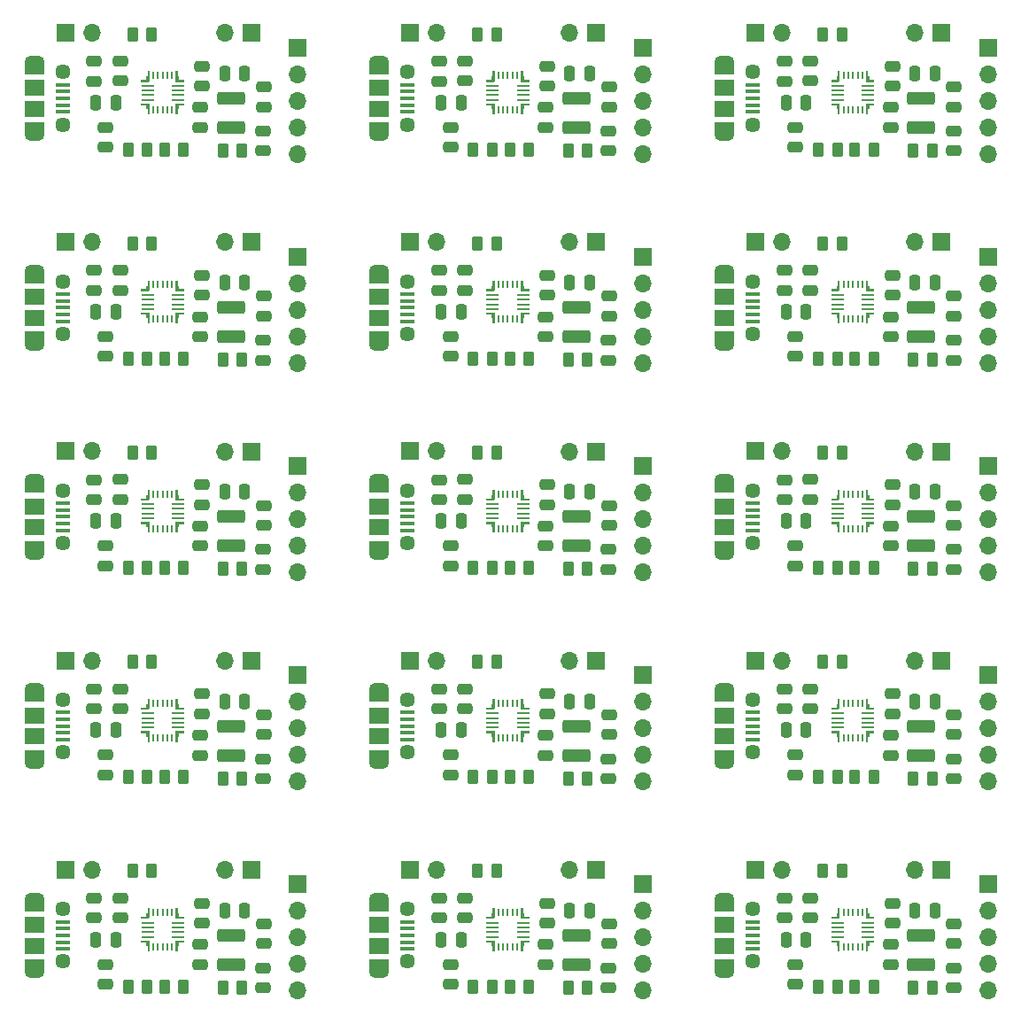
<source format=gbr>
%TF.GenerationSoftware,KiCad,Pcbnew,(6.0.11)*%
%TF.CreationDate,2023-10-19T09:40:57-03:00*%
%TF.ProjectId,gerenciador_de_bateria_2.0,67657265-6e63-4696-9164-6f725f64655f,rev?*%
%TF.SameCoordinates,Original*%
%TF.FileFunction,Soldermask,Top*%
%TF.FilePolarity,Negative*%
%FSLAX46Y46*%
G04 Gerber Fmt 4.6, Leading zero omitted, Abs format (unit mm)*
G04 Created by KiCad (PCBNEW (6.0.11)) date 2023-10-19 09:40:57*
%MOMM*%
%LPD*%
G01*
G04 APERTURE LIST*
G04 Aperture macros list*
%AMRoundRect*
0 Rectangle with rounded corners*
0 $1 Rounding radius*
0 $2 $3 $4 $5 $6 $7 $8 $9 X,Y pos of 4 corners*
0 Add a 4 corners polygon primitive as box body*
4,1,4,$2,$3,$4,$5,$6,$7,$8,$9,$2,$3,0*
0 Add four circle primitives for the rounded corners*
1,1,$1+$1,$2,$3*
1,1,$1+$1,$4,$5*
1,1,$1+$1,$6,$7*
1,1,$1+$1,$8,$9*
0 Add four rect primitives between the rounded corners*
20,1,$1+$1,$2,$3,$4,$5,0*
20,1,$1+$1,$4,$5,$6,$7,0*
20,1,$1+$1,$6,$7,$8,$9,0*
20,1,$1+$1,$8,$9,$2,$3,0*%
G04 Aperture macros list end*
%ADD10R,1.350000X0.400000*%
%ADD11C,1.450000*%
%ADD12O,1.900000X1.200000*%
%ADD13R,1.900000X1.500000*%
%ADD14R,1.900000X1.200000*%
%ADD15RoundRect,0.250000X-0.475000X0.250000X-0.475000X-0.250000X0.475000X-0.250000X0.475000X0.250000X0*%
%ADD16R,1.700000X1.700000*%
%ADD17O,1.700000X1.700000*%
%ADD18RoundRect,0.250000X0.475000X-0.250000X0.475000X0.250000X-0.475000X0.250000X-0.475000X-0.250000X0*%
%ADD19RoundRect,0.250000X0.262500X0.450000X-0.262500X0.450000X-0.262500X-0.450000X0.262500X-0.450000X0*%
%ADD20RoundRect,0.250000X-0.250000X-0.475000X0.250000X-0.475000X0.250000X0.475000X-0.250000X0.475000X0*%
%ADD21RoundRect,0.250000X1.075000X-0.375000X1.075000X0.375000X-1.075000X0.375000X-1.075000X-0.375000X0*%
%ADD22R,0.127000X0.127000*%
%ADD23R,1.200000X0.200000*%
%ADD24R,0.200000X0.800000*%
%ADD25RoundRect,0.250000X-0.262500X-0.450000X0.262500X-0.450000X0.262500X0.450000X-0.262500X0.450000X0*%
%ADD26RoundRect,0.250000X0.250000X0.475000X-0.250000X0.475000X-0.250000X-0.475000X0.250000X-0.475000X0*%
G04 APERTURE END LIST*
%TO.C,U1*%
G36*
X183658500Y-148343500D02*
G01*
X183458500Y-148343500D01*
X183458500Y-147843500D01*
X183358500Y-147843500D01*
X183358500Y-147518500D01*
X182858500Y-147518500D01*
X182858500Y-147318500D01*
X183658500Y-147318500D01*
X183658500Y-148343500D01*
G37*
G36*
X186358500Y-144743497D02*
G01*
X186458500Y-144743497D01*
X186458500Y-145068497D01*
X186958500Y-145068497D01*
X186958500Y-145268497D01*
X186158500Y-145268497D01*
X186158500Y-144243497D01*
X186358500Y-144243497D01*
X186358500Y-144743497D01*
G37*
G36*
X183658500Y-145118499D02*
G01*
X183508500Y-145268499D01*
X182858500Y-145268499D01*
X182858500Y-145068499D01*
X183358500Y-145068499D01*
X183358500Y-144743499D01*
X183458500Y-144743499D01*
X183458500Y-144243499D01*
X183658500Y-144243499D01*
X183658500Y-145118499D01*
G37*
G36*
X186958500Y-147518503D02*
G01*
X186458500Y-147518503D01*
X186458500Y-147843503D01*
X186358500Y-147843503D01*
X186358500Y-148343503D01*
X186158500Y-148343503D01*
X186158500Y-147318503D01*
X186958500Y-147318503D01*
X186958500Y-147518503D01*
G37*
G36*
X150658500Y-148343500D02*
G01*
X150458500Y-148343500D01*
X150458500Y-147843500D01*
X150358500Y-147843500D01*
X150358500Y-147518500D01*
X149858500Y-147518500D01*
X149858500Y-147318500D01*
X150658500Y-147318500D01*
X150658500Y-148343500D01*
G37*
G36*
X153358500Y-144743497D02*
G01*
X153458500Y-144743497D01*
X153458500Y-145068497D01*
X153958500Y-145068497D01*
X153958500Y-145268497D01*
X153158500Y-145268497D01*
X153158500Y-144243497D01*
X153358500Y-144243497D01*
X153358500Y-144743497D01*
G37*
G36*
X150658500Y-145118499D02*
G01*
X150508500Y-145268499D01*
X149858500Y-145268499D01*
X149858500Y-145068499D01*
X150358500Y-145068499D01*
X150358500Y-144743499D01*
X150458500Y-144743499D01*
X150458500Y-144243499D01*
X150658500Y-144243499D01*
X150658500Y-145118499D01*
G37*
G36*
X153958500Y-147518503D02*
G01*
X153458500Y-147518503D01*
X153458500Y-147843503D01*
X153358500Y-147843503D01*
X153358500Y-148343503D01*
X153158500Y-148343503D01*
X153158500Y-147318503D01*
X153958500Y-147318503D01*
X153958500Y-147518503D01*
G37*
G36*
X117658500Y-148343500D02*
G01*
X117458500Y-148343500D01*
X117458500Y-147843500D01*
X117358500Y-147843500D01*
X117358500Y-147518500D01*
X116858500Y-147518500D01*
X116858500Y-147318500D01*
X117658500Y-147318500D01*
X117658500Y-148343500D01*
G37*
G36*
X120358500Y-144743497D02*
G01*
X120458500Y-144743497D01*
X120458500Y-145068497D01*
X120958500Y-145068497D01*
X120958500Y-145268497D01*
X120158500Y-145268497D01*
X120158500Y-144243497D01*
X120358500Y-144243497D01*
X120358500Y-144743497D01*
G37*
G36*
X117658500Y-145118499D02*
G01*
X117508500Y-145268499D01*
X116858500Y-145268499D01*
X116858500Y-145068499D01*
X117358500Y-145068499D01*
X117358500Y-144743499D01*
X117458500Y-144743499D01*
X117458500Y-144243499D01*
X117658500Y-144243499D01*
X117658500Y-145118499D01*
G37*
G36*
X120958500Y-147518503D02*
G01*
X120458500Y-147518503D01*
X120458500Y-147843503D01*
X120358500Y-147843503D01*
X120358500Y-148343503D01*
X120158500Y-148343503D01*
X120158500Y-147318503D01*
X120958500Y-147318503D01*
X120958500Y-147518503D01*
G37*
G36*
X183658500Y-128343500D02*
G01*
X183458500Y-128343500D01*
X183458500Y-127843500D01*
X183358500Y-127843500D01*
X183358500Y-127518500D01*
X182858500Y-127518500D01*
X182858500Y-127318500D01*
X183658500Y-127318500D01*
X183658500Y-128343500D01*
G37*
G36*
X186358500Y-124743497D02*
G01*
X186458500Y-124743497D01*
X186458500Y-125068497D01*
X186958500Y-125068497D01*
X186958500Y-125268497D01*
X186158500Y-125268497D01*
X186158500Y-124243497D01*
X186358500Y-124243497D01*
X186358500Y-124743497D01*
G37*
G36*
X183658500Y-125118499D02*
G01*
X183508500Y-125268499D01*
X182858500Y-125268499D01*
X182858500Y-125068499D01*
X183358500Y-125068499D01*
X183358500Y-124743499D01*
X183458500Y-124743499D01*
X183458500Y-124243499D01*
X183658500Y-124243499D01*
X183658500Y-125118499D01*
G37*
G36*
X186958500Y-127518503D02*
G01*
X186458500Y-127518503D01*
X186458500Y-127843503D01*
X186358500Y-127843503D01*
X186358500Y-128343503D01*
X186158500Y-128343503D01*
X186158500Y-127318503D01*
X186958500Y-127318503D01*
X186958500Y-127518503D01*
G37*
G36*
X150658500Y-128343500D02*
G01*
X150458500Y-128343500D01*
X150458500Y-127843500D01*
X150358500Y-127843500D01*
X150358500Y-127518500D01*
X149858500Y-127518500D01*
X149858500Y-127318500D01*
X150658500Y-127318500D01*
X150658500Y-128343500D01*
G37*
G36*
X153358500Y-124743497D02*
G01*
X153458500Y-124743497D01*
X153458500Y-125068497D01*
X153958500Y-125068497D01*
X153958500Y-125268497D01*
X153158500Y-125268497D01*
X153158500Y-124243497D01*
X153358500Y-124243497D01*
X153358500Y-124743497D01*
G37*
G36*
X150658500Y-125118499D02*
G01*
X150508500Y-125268499D01*
X149858500Y-125268499D01*
X149858500Y-125068499D01*
X150358500Y-125068499D01*
X150358500Y-124743499D01*
X150458500Y-124743499D01*
X150458500Y-124243499D01*
X150658500Y-124243499D01*
X150658500Y-125118499D01*
G37*
G36*
X153958500Y-127518503D02*
G01*
X153458500Y-127518503D01*
X153458500Y-127843503D01*
X153358500Y-127843503D01*
X153358500Y-128343503D01*
X153158500Y-128343503D01*
X153158500Y-127318503D01*
X153958500Y-127318503D01*
X153958500Y-127518503D01*
G37*
G36*
X117658500Y-128343500D02*
G01*
X117458500Y-128343500D01*
X117458500Y-127843500D01*
X117358500Y-127843500D01*
X117358500Y-127518500D01*
X116858500Y-127518500D01*
X116858500Y-127318500D01*
X117658500Y-127318500D01*
X117658500Y-128343500D01*
G37*
G36*
X120358500Y-124743497D02*
G01*
X120458500Y-124743497D01*
X120458500Y-125068497D01*
X120958500Y-125068497D01*
X120958500Y-125268497D01*
X120158500Y-125268497D01*
X120158500Y-124243497D01*
X120358500Y-124243497D01*
X120358500Y-124743497D01*
G37*
G36*
X117658500Y-125118499D02*
G01*
X117508500Y-125268499D01*
X116858500Y-125268499D01*
X116858500Y-125068499D01*
X117358500Y-125068499D01*
X117358500Y-124743499D01*
X117458500Y-124743499D01*
X117458500Y-124243499D01*
X117658500Y-124243499D01*
X117658500Y-125118499D01*
G37*
G36*
X120958500Y-127518503D02*
G01*
X120458500Y-127518503D01*
X120458500Y-127843503D01*
X120358500Y-127843503D01*
X120358500Y-128343503D01*
X120158500Y-128343503D01*
X120158500Y-127318503D01*
X120958500Y-127318503D01*
X120958500Y-127518503D01*
G37*
G36*
X183658500Y-108343500D02*
G01*
X183458500Y-108343500D01*
X183458500Y-107843500D01*
X183358500Y-107843500D01*
X183358500Y-107518500D01*
X182858500Y-107518500D01*
X182858500Y-107318500D01*
X183658500Y-107318500D01*
X183658500Y-108343500D01*
G37*
G36*
X186358500Y-104743497D02*
G01*
X186458500Y-104743497D01*
X186458500Y-105068497D01*
X186958500Y-105068497D01*
X186958500Y-105268497D01*
X186158500Y-105268497D01*
X186158500Y-104243497D01*
X186358500Y-104243497D01*
X186358500Y-104743497D01*
G37*
G36*
X183658500Y-105118499D02*
G01*
X183508500Y-105268499D01*
X182858500Y-105268499D01*
X182858500Y-105068499D01*
X183358500Y-105068499D01*
X183358500Y-104743499D01*
X183458500Y-104743499D01*
X183458500Y-104243499D01*
X183658500Y-104243499D01*
X183658500Y-105118499D01*
G37*
G36*
X186958500Y-107518503D02*
G01*
X186458500Y-107518503D01*
X186458500Y-107843503D01*
X186358500Y-107843503D01*
X186358500Y-108343503D01*
X186158500Y-108343503D01*
X186158500Y-107318503D01*
X186958500Y-107318503D01*
X186958500Y-107518503D01*
G37*
G36*
X150658500Y-108343500D02*
G01*
X150458500Y-108343500D01*
X150458500Y-107843500D01*
X150358500Y-107843500D01*
X150358500Y-107518500D01*
X149858500Y-107518500D01*
X149858500Y-107318500D01*
X150658500Y-107318500D01*
X150658500Y-108343500D01*
G37*
G36*
X153358500Y-104743497D02*
G01*
X153458500Y-104743497D01*
X153458500Y-105068497D01*
X153958500Y-105068497D01*
X153958500Y-105268497D01*
X153158500Y-105268497D01*
X153158500Y-104243497D01*
X153358500Y-104243497D01*
X153358500Y-104743497D01*
G37*
G36*
X150658500Y-105118499D02*
G01*
X150508500Y-105268499D01*
X149858500Y-105268499D01*
X149858500Y-105068499D01*
X150358500Y-105068499D01*
X150358500Y-104743499D01*
X150458500Y-104743499D01*
X150458500Y-104243499D01*
X150658500Y-104243499D01*
X150658500Y-105118499D01*
G37*
G36*
X153958500Y-107518503D02*
G01*
X153458500Y-107518503D01*
X153458500Y-107843503D01*
X153358500Y-107843503D01*
X153358500Y-108343503D01*
X153158500Y-108343503D01*
X153158500Y-107318503D01*
X153958500Y-107318503D01*
X153958500Y-107518503D01*
G37*
G36*
X117658500Y-108343500D02*
G01*
X117458500Y-108343500D01*
X117458500Y-107843500D01*
X117358500Y-107843500D01*
X117358500Y-107518500D01*
X116858500Y-107518500D01*
X116858500Y-107318500D01*
X117658500Y-107318500D01*
X117658500Y-108343500D01*
G37*
G36*
X120358500Y-104743497D02*
G01*
X120458500Y-104743497D01*
X120458500Y-105068497D01*
X120958500Y-105068497D01*
X120958500Y-105268497D01*
X120158500Y-105268497D01*
X120158500Y-104243497D01*
X120358500Y-104243497D01*
X120358500Y-104743497D01*
G37*
G36*
X117658500Y-105118499D02*
G01*
X117508500Y-105268499D01*
X116858500Y-105268499D01*
X116858500Y-105068499D01*
X117358500Y-105068499D01*
X117358500Y-104743499D01*
X117458500Y-104743499D01*
X117458500Y-104243499D01*
X117658500Y-104243499D01*
X117658500Y-105118499D01*
G37*
G36*
X120958500Y-107518503D02*
G01*
X120458500Y-107518503D01*
X120458500Y-107843503D01*
X120358500Y-107843503D01*
X120358500Y-108343503D01*
X120158500Y-108343503D01*
X120158500Y-107318503D01*
X120958500Y-107318503D01*
X120958500Y-107518503D01*
G37*
G36*
X183658500Y-88343500D02*
G01*
X183458500Y-88343500D01*
X183458500Y-87843500D01*
X183358500Y-87843500D01*
X183358500Y-87518500D01*
X182858500Y-87518500D01*
X182858500Y-87318500D01*
X183658500Y-87318500D01*
X183658500Y-88343500D01*
G37*
G36*
X186358500Y-84743497D02*
G01*
X186458500Y-84743497D01*
X186458500Y-85068497D01*
X186958500Y-85068497D01*
X186958500Y-85268497D01*
X186158500Y-85268497D01*
X186158500Y-84243497D01*
X186358500Y-84243497D01*
X186358500Y-84743497D01*
G37*
G36*
X183658500Y-85118499D02*
G01*
X183508500Y-85268499D01*
X182858500Y-85268499D01*
X182858500Y-85068499D01*
X183358500Y-85068499D01*
X183358500Y-84743499D01*
X183458500Y-84743499D01*
X183458500Y-84243499D01*
X183658500Y-84243499D01*
X183658500Y-85118499D01*
G37*
G36*
X186958500Y-87518503D02*
G01*
X186458500Y-87518503D01*
X186458500Y-87843503D01*
X186358500Y-87843503D01*
X186358500Y-88343503D01*
X186158500Y-88343503D01*
X186158500Y-87318503D01*
X186958500Y-87318503D01*
X186958500Y-87518503D01*
G37*
G36*
X150658500Y-88343500D02*
G01*
X150458500Y-88343500D01*
X150458500Y-87843500D01*
X150358500Y-87843500D01*
X150358500Y-87518500D01*
X149858500Y-87518500D01*
X149858500Y-87318500D01*
X150658500Y-87318500D01*
X150658500Y-88343500D01*
G37*
G36*
X153358500Y-84743497D02*
G01*
X153458500Y-84743497D01*
X153458500Y-85068497D01*
X153958500Y-85068497D01*
X153958500Y-85268497D01*
X153158500Y-85268497D01*
X153158500Y-84243497D01*
X153358500Y-84243497D01*
X153358500Y-84743497D01*
G37*
G36*
X150658500Y-85118499D02*
G01*
X150508500Y-85268499D01*
X149858500Y-85268499D01*
X149858500Y-85068499D01*
X150358500Y-85068499D01*
X150358500Y-84743499D01*
X150458500Y-84743499D01*
X150458500Y-84243499D01*
X150658500Y-84243499D01*
X150658500Y-85118499D01*
G37*
G36*
X153958500Y-87518503D02*
G01*
X153458500Y-87518503D01*
X153458500Y-87843503D01*
X153358500Y-87843503D01*
X153358500Y-88343503D01*
X153158500Y-88343503D01*
X153158500Y-87318503D01*
X153958500Y-87318503D01*
X153958500Y-87518503D01*
G37*
G36*
X117658500Y-88343500D02*
G01*
X117458500Y-88343500D01*
X117458500Y-87843500D01*
X117358500Y-87843500D01*
X117358500Y-87518500D01*
X116858500Y-87518500D01*
X116858500Y-87318500D01*
X117658500Y-87318500D01*
X117658500Y-88343500D01*
G37*
G36*
X120358500Y-84743497D02*
G01*
X120458500Y-84743497D01*
X120458500Y-85068497D01*
X120958500Y-85068497D01*
X120958500Y-85268497D01*
X120158500Y-85268497D01*
X120158500Y-84243497D01*
X120358500Y-84243497D01*
X120358500Y-84743497D01*
G37*
G36*
X117658500Y-85118499D02*
G01*
X117508500Y-85268499D01*
X116858500Y-85268499D01*
X116858500Y-85068499D01*
X117358500Y-85068499D01*
X117358500Y-84743499D01*
X117458500Y-84743499D01*
X117458500Y-84243499D01*
X117658500Y-84243499D01*
X117658500Y-85118499D01*
G37*
G36*
X120958500Y-87518503D02*
G01*
X120458500Y-87518503D01*
X120458500Y-87843503D01*
X120358500Y-87843503D01*
X120358500Y-88343503D01*
X120158500Y-88343503D01*
X120158500Y-87318503D01*
X120958500Y-87318503D01*
X120958500Y-87518503D01*
G37*
G36*
X183658500Y-68343500D02*
G01*
X183458500Y-68343500D01*
X183458500Y-67843500D01*
X183358500Y-67843500D01*
X183358500Y-67518500D01*
X182858500Y-67518500D01*
X182858500Y-67318500D01*
X183658500Y-67318500D01*
X183658500Y-68343500D01*
G37*
G36*
X186358500Y-64743497D02*
G01*
X186458500Y-64743497D01*
X186458500Y-65068497D01*
X186958500Y-65068497D01*
X186958500Y-65268497D01*
X186158500Y-65268497D01*
X186158500Y-64243497D01*
X186358500Y-64243497D01*
X186358500Y-64743497D01*
G37*
G36*
X183658500Y-65118499D02*
G01*
X183508500Y-65268499D01*
X182858500Y-65268499D01*
X182858500Y-65068499D01*
X183358500Y-65068499D01*
X183358500Y-64743499D01*
X183458500Y-64743499D01*
X183458500Y-64243499D01*
X183658500Y-64243499D01*
X183658500Y-65118499D01*
G37*
G36*
X186958500Y-67518503D02*
G01*
X186458500Y-67518503D01*
X186458500Y-67843503D01*
X186358500Y-67843503D01*
X186358500Y-68343503D01*
X186158500Y-68343503D01*
X186158500Y-67318503D01*
X186958500Y-67318503D01*
X186958500Y-67518503D01*
G37*
G36*
X150658500Y-68343500D02*
G01*
X150458500Y-68343500D01*
X150458500Y-67843500D01*
X150358500Y-67843500D01*
X150358500Y-67518500D01*
X149858500Y-67518500D01*
X149858500Y-67318500D01*
X150658500Y-67318500D01*
X150658500Y-68343500D01*
G37*
G36*
X153358500Y-64743497D02*
G01*
X153458500Y-64743497D01*
X153458500Y-65068497D01*
X153958500Y-65068497D01*
X153958500Y-65268497D01*
X153158500Y-65268497D01*
X153158500Y-64243497D01*
X153358500Y-64243497D01*
X153358500Y-64743497D01*
G37*
G36*
X150658500Y-65118499D02*
G01*
X150508500Y-65268499D01*
X149858500Y-65268499D01*
X149858500Y-65068499D01*
X150358500Y-65068499D01*
X150358500Y-64743499D01*
X150458500Y-64743499D01*
X150458500Y-64243499D01*
X150658500Y-64243499D01*
X150658500Y-65118499D01*
G37*
G36*
X153958500Y-67518503D02*
G01*
X153458500Y-67518503D01*
X153458500Y-67843503D01*
X153358500Y-67843503D01*
X153358500Y-68343503D01*
X153158500Y-68343503D01*
X153158500Y-67318503D01*
X153958500Y-67318503D01*
X153958500Y-67518503D01*
G37*
G36*
X117658500Y-68343500D02*
G01*
X117458500Y-68343500D01*
X117458500Y-67843500D01*
X117358500Y-67843500D01*
X117358500Y-67518500D01*
X116858500Y-67518500D01*
X116858500Y-67318500D01*
X117658500Y-67318500D01*
X117658500Y-68343500D01*
G37*
G36*
X120358500Y-64743497D02*
G01*
X120458500Y-64743497D01*
X120458500Y-65068497D01*
X120958500Y-65068497D01*
X120958500Y-65268497D01*
X120158500Y-65268497D01*
X120158500Y-64243497D01*
X120358500Y-64243497D01*
X120358500Y-64743497D01*
G37*
G36*
X117658500Y-65118499D02*
G01*
X117508500Y-65268499D01*
X116858500Y-65268499D01*
X116858500Y-65068499D01*
X117358500Y-65068499D01*
X117358500Y-64743499D01*
X117458500Y-64743499D01*
X117458500Y-64243499D01*
X117658500Y-64243499D01*
X117658500Y-65118499D01*
G37*
G36*
X120958500Y-67518503D02*
G01*
X120458500Y-67518503D01*
X120458500Y-67843503D01*
X120358500Y-67843503D01*
X120358500Y-68343503D01*
X120158500Y-68343503D01*
X120158500Y-67318503D01*
X120958500Y-67318503D01*
X120958500Y-67518503D01*
G37*
%TD*%
D10*
%TO.C,USB*%
X175330600Y-145527101D03*
X175330600Y-146177101D03*
X175330600Y-146827101D03*
X175330600Y-147477101D03*
X175330600Y-148127101D03*
D11*
X175330600Y-149327101D03*
D12*
X172630600Y-143327101D03*
X172630600Y-150327101D03*
D13*
X172630600Y-147827101D03*
D14*
X172630600Y-149727101D03*
D11*
X175330600Y-144327101D03*
D13*
X172630600Y-145827101D03*
D14*
X172630600Y-143927101D03*
%TD*%
D15*
%TO.C,C9*%
X188678500Y-143753501D03*
X188678500Y-145653501D03*
%TD*%
D16*
%TO.C,J1*%
X197808500Y-141960901D03*
D17*
X197808500Y-144500901D03*
X197808500Y-147040901D03*
X197808500Y-149580901D03*
X197808500Y-152120901D03*
%TD*%
D18*
%TO.C,C5*%
X179428500Y-151493501D03*
X179428500Y-149593501D03*
%TD*%
D19*
%TO.C,R2*%
X183416600Y-151709501D03*
X181591600Y-151709501D03*
%TD*%
D20*
%TO.C,C7*%
X190838500Y-144443501D03*
X192738500Y-144443501D03*
%TD*%
D18*
%TO.C,C12*%
X180838500Y-145163501D03*
X180838500Y-143263501D03*
%TD*%
D19*
%TO.C,R10*%
X186921800Y-151709501D03*
X185096800Y-151709501D03*
%TD*%
%TO.C,RILIM1*%
X183851000Y-140693501D03*
X182026000Y-140693501D03*
%TD*%
D18*
%TO.C,C6*%
X194543700Y-151846701D03*
X194543700Y-149946701D03*
%TD*%
%TO.C,C4*%
X188498500Y-149611501D03*
X188498500Y-147711501D03*
%TD*%
D16*
%TO.C,SDA*%
X193368500Y-140573501D03*
D17*
X190828500Y-140573501D03*
%TD*%
D18*
%TO.C,C1*%
X178368500Y-145183501D03*
X178368500Y-143283501D03*
%TD*%
D21*
%TO.C,L1*%
X191448500Y-149613501D03*
X191448500Y-146813501D03*
%TD*%
D22*
%TO.C,U1*%
X183258500Y-145168499D03*
D23*
X183458500Y-145618501D03*
X183458500Y-146068500D03*
X183458500Y-146518502D03*
X183458500Y-146968501D03*
D22*
X183258500Y-147418500D03*
X183558500Y-147943500D03*
D24*
X184008499Y-147943500D03*
X184458501Y-147943500D03*
X184908500Y-147943500D03*
X185358499Y-147943500D03*
X185808501Y-147943500D03*
D22*
X186258500Y-147943500D03*
X186558500Y-147418503D03*
D23*
X186358500Y-146968501D03*
X186358500Y-146518502D03*
X186358500Y-146068500D03*
X186358500Y-145618501D03*
D22*
X186558500Y-145168502D03*
X186258500Y-144643502D03*
D24*
X185808501Y-144643502D03*
X185358499Y-144643502D03*
X184908500Y-144643502D03*
X184458501Y-144643502D03*
X184008499Y-144643502D03*
D22*
X183558500Y-144643502D03*
%TD*%
D18*
%TO.C,C10*%
X194578500Y-147633501D03*
X194578500Y-145733501D03*
%TD*%
D25*
%TO.C,R3*%
X190684800Y-151811101D03*
X192509800Y-151811101D03*
%TD*%
D26*
%TO.C,C3*%
X180428500Y-147223501D03*
X178528500Y-147223501D03*
%TD*%
D16*
%TO.C,GNDPWR*%
X175588500Y-140563501D03*
D17*
X178128500Y-140563501D03*
%TD*%
D10*
%TO.C,USB*%
X142330600Y-145527101D03*
X142330600Y-146177101D03*
X142330600Y-146827101D03*
X142330600Y-147477101D03*
X142330600Y-148127101D03*
D11*
X142330600Y-149327101D03*
D12*
X139630600Y-143327101D03*
X139630600Y-150327101D03*
D13*
X139630600Y-147827101D03*
D14*
X139630600Y-149727101D03*
D11*
X142330600Y-144327101D03*
D13*
X139630600Y-145827101D03*
D14*
X139630600Y-143927101D03*
%TD*%
D15*
%TO.C,C9*%
X155678500Y-143753501D03*
X155678500Y-145653501D03*
%TD*%
D16*
%TO.C,J1*%
X164808500Y-141960901D03*
D17*
X164808500Y-144500901D03*
X164808500Y-147040901D03*
X164808500Y-149580901D03*
X164808500Y-152120901D03*
%TD*%
D18*
%TO.C,C5*%
X146428500Y-151493501D03*
X146428500Y-149593501D03*
%TD*%
D19*
%TO.C,R2*%
X150416600Y-151709501D03*
X148591600Y-151709501D03*
%TD*%
D20*
%TO.C,C7*%
X157838500Y-144443501D03*
X159738500Y-144443501D03*
%TD*%
D18*
%TO.C,C12*%
X147838500Y-145163501D03*
X147838500Y-143263501D03*
%TD*%
D19*
%TO.C,R10*%
X153921800Y-151709501D03*
X152096800Y-151709501D03*
%TD*%
%TO.C,RILIM1*%
X150851000Y-140693501D03*
X149026000Y-140693501D03*
%TD*%
D18*
%TO.C,C6*%
X161543700Y-151846701D03*
X161543700Y-149946701D03*
%TD*%
%TO.C,C4*%
X155498500Y-149611501D03*
X155498500Y-147711501D03*
%TD*%
D16*
%TO.C,SDA*%
X160368500Y-140573501D03*
D17*
X157828500Y-140573501D03*
%TD*%
D18*
%TO.C,C1*%
X145368500Y-145183501D03*
X145368500Y-143283501D03*
%TD*%
D21*
%TO.C,L1*%
X158448500Y-149613501D03*
X158448500Y-146813501D03*
%TD*%
D22*
%TO.C,U1*%
X150258500Y-145168499D03*
D23*
X150458500Y-145618501D03*
X150458500Y-146068500D03*
X150458500Y-146518502D03*
X150458500Y-146968501D03*
D22*
X150258500Y-147418500D03*
X150558500Y-147943500D03*
D24*
X151008499Y-147943500D03*
X151458501Y-147943500D03*
X151908500Y-147943500D03*
X152358499Y-147943500D03*
X152808501Y-147943500D03*
D22*
X153258500Y-147943500D03*
X153558500Y-147418503D03*
D23*
X153358500Y-146968501D03*
X153358500Y-146518502D03*
X153358500Y-146068500D03*
X153358500Y-145618501D03*
D22*
X153558500Y-145168502D03*
X153258500Y-144643502D03*
D24*
X152808501Y-144643502D03*
X152358499Y-144643502D03*
X151908500Y-144643502D03*
X151458501Y-144643502D03*
X151008499Y-144643502D03*
D22*
X150558500Y-144643502D03*
%TD*%
D18*
%TO.C,C10*%
X161578500Y-147633501D03*
X161578500Y-145733501D03*
%TD*%
D25*
%TO.C,R3*%
X157684800Y-151811101D03*
X159509800Y-151811101D03*
%TD*%
D26*
%TO.C,C3*%
X147428500Y-147223501D03*
X145528500Y-147223501D03*
%TD*%
D16*
%TO.C,GNDPWR*%
X142588500Y-140563501D03*
D17*
X145128500Y-140563501D03*
%TD*%
D10*
%TO.C,USB*%
X109330600Y-145527101D03*
X109330600Y-146177101D03*
X109330600Y-146827101D03*
X109330600Y-147477101D03*
X109330600Y-148127101D03*
D11*
X109330600Y-149327101D03*
D12*
X106630600Y-143327101D03*
X106630600Y-150327101D03*
D13*
X106630600Y-147827101D03*
D14*
X106630600Y-149727101D03*
D11*
X109330600Y-144327101D03*
D13*
X106630600Y-145827101D03*
D14*
X106630600Y-143927101D03*
%TD*%
D15*
%TO.C,C9*%
X122678500Y-143753501D03*
X122678500Y-145653501D03*
%TD*%
D16*
%TO.C,J1*%
X131808500Y-141960901D03*
D17*
X131808500Y-144500901D03*
X131808500Y-147040901D03*
X131808500Y-149580901D03*
X131808500Y-152120901D03*
%TD*%
D18*
%TO.C,C5*%
X113428500Y-151493501D03*
X113428500Y-149593501D03*
%TD*%
D19*
%TO.C,R2*%
X117416600Y-151709501D03*
X115591600Y-151709501D03*
%TD*%
D20*
%TO.C,C7*%
X124838500Y-144443501D03*
X126738500Y-144443501D03*
%TD*%
D18*
%TO.C,C12*%
X114838500Y-145163501D03*
X114838500Y-143263501D03*
%TD*%
D19*
%TO.C,R10*%
X120921800Y-151709501D03*
X119096800Y-151709501D03*
%TD*%
%TO.C,RILIM1*%
X117851000Y-140693501D03*
X116026000Y-140693501D03*
%TD*%
D18*
%TO.C,C6*%
X128543700Y-151846701D03*
X128543700Y-149946701D03*
%TD*%
%TO.C,C4*%
X122498500Y-149611501D03*
X122498500Y-147711501D03*
%TD*%
D16*
%TO.C,SDA*%
X127368500Y-140573501D03*
D17*
X124828500Y-140573501D03*
%TD*%
D18*
%TO.C,C1*%
X112368500Y-145183501D03*
X112368500Y-143283501D03*
%TD*%
D21*
%TO.C,L1*%
X125448500Y-149613501D03*
X125448500Y-146813501D03*
%TD*%
D22*
%TO.C,U1*%
X117258500Y-145168499D03*
D23*
X117458500Y-145618501D03*
X117458500Y-146068500D03*
X117458500Y-146518502D03*
X117458500Y-146968501D03*
D22*
X117258500Y-147418500D03*
X117558500Y-147943500D03*
D24*
X118008499Y-147943500D03*
X118458501Y-147943500D03*
X118908500Y-147943500D03*
X119358499Y-147943500D03*
X119808501Y-147943500D03*
D22*
X120258500Y-147943500D03*
X120558500Y-147418503D03*
D23*
X120358500Y-146968501D03*
X120358500Y-146518502D03*
X120358500Y-146068500D03*
X120358500Y-145618501D03*
D22*
X120558500Y-145168502D03*
X120258500Y-144643502D03*
D24*
X119808501Y-144643502D03*
X119358499Y-144643502D03*
X118908500Y-144643502D03*
X118458501Y-144643502D03*
X118008499Y-144643502D03*
D22*
X117558500Y-144643502D03*
%TD*%
D18*
%TO.C,C10*%
X128578500Y-147633501D03*
X128578500Y-145733501D03*
%TD*%
D25*
%TO.C,R3*%
X124684800Y-151811101D03*
X126509800Y-151811101D03*
%TD*%
D26*
%TO.C,C3*%
X114428500Y-147223501D03*
X112528500Y-147223501D03*
%TD*%
D16*
%TO.C,GNDPWR*%
X109588500Y-140563501D03*
D17*
X112128500Y-140563501D03*
%TD*%
D10*
%TO.C,USB*%
X175330600Y-125527101D03*
X175330600Y-126177101D03*
X175330600Y-126827101D03*
X175330600Y-127477101D03*
X175330600Y-128127101D03*
D11*
X175330600Y-129327101D03*
D12*
X172630600Y-123327101D03*
X172630600Y-130327101D03*
D13*
X172630600Y-127827101D03*
D14*
X172630600Y-129727101D03*
D11*
X175330600Y-124327101D03*
D13*
X172630600Y-125827101D03*
D14*
X172630600Y-123927101D03*
%TD*%
D15*
%TO.C,C9*%
X188678500Y-123753501D03*
X188678500Y-125653501D03*
%TD*%
D16*
%TO.C,J1*%
X197808500Y-121960901D03*
D17*
X197808500Y-124500901D03*
X197808500Y-127040901D03*
X197808500Y-129580901D03*
X197808500Y-132120901D03*
%TD*%
D18*
%TO.C,C5*%
X179428500Y-131493501D03*
X179428500Y-129593501D03*
%TD*%
D19*
%TO.C,R2*%
X183416600Y-131709501D03*
X181591600Y-131709501D03*
%TD*%
D20*
%TO.C,C7*%
X190838500Y-124443501D03*
X192738500Y-124443501D03*
%TD*%
D18*
%TO.C,C12*%
X180838500Y-125163501D03*
X180838500Y-123263501D03*
%TD*%
D19*
%TO.C,R10*%
X186921800Y-131709501D03*
X185096800Y-131709501D03*
%TD*%
%TO.C,RILIM1*%
X183851000Y-120693501D03*
X182026000Y-120693501D03*
%TD*%
D18*
%TO.C,C6*%
X194543700Y-131846701D03*
X194543700Y-129946701D03*
%TD*%
%TO.C,C4*%
X188498500Y-129611501D03*
X188498500Y-127711501D03*
%TD*%
D16*
%TO.C,SDA*%
X193368500Y-120573501D03*
D17*
X190828500Y-120573501D03*
%TD*%
D18*
%TO.C,C1*%
X178368500Y-125183501D03*
X178368500Y-123283501D03*
%TD*%
D21*
%TO.C,L1*%
X191448500Y-129613501D03*
X191448500Y-126813501D03*
%TD*%
D22*
%TO.C,U1*%
X183258500Y-125168499D03*
D23*
X183458500Y-125618501D03*
X183458500Y-126068500D03*
X183458500Y-126518502D03*
X183458500Y-126968501D03*
D22*
X183258500Y-127418500D03*
X183558500Y-127943500D03*
D24*
X184008499Y-127943500D03*
X184458501Y-127943500D03*
X184908500Y-127943500D03*
X185358499Y-127943500D03*
X185808501Y-127943500D03*
D22*
X186258500Y-127943500D03*
X186558500Y-127418503D03*
D23*
X186358500Y-126968501D03*
X186358500Y-126518502D03*
X186358500Y-126068500D03*
X186358500Y-125618501D03*
D22*
X186558500Y-125168502D03*
X186258500Y-124643502D03*
D24*
X185808501Y-124643502D03*
X185358499Y-124643502D03*
X184908500Y-124643502D03*
X184458501Y-124643502D03*
X184008499Y-124643502D03*
D22*
X183558500Y-124643502D03*
%TD*%
D18*
%TO.C,C10*%
X194578500Y-127633501D03*
X194578500Y-125733501D03*
%TD*%
D25*
%TO.C,R3*%
X190684800Y-131811101D03*
X192509800Y-131811101D03*
%TD*%
D26*
%TO.C,C3*%
X180428500Y-127223501D03*
X178528500Y-127223501D03*
%TD*%
D16*
%TO.C,GNDPWR*%
X175588500Y-120563501D03*
D17*
X178128500Y-120563501D03*
%TD*%
D10*
%TO.C,USB*%
X142330600Y-125527101D03*
X142330600Y-126177101D03*
X142330600Y-126827101D03*
X142330600Y-127477101D03*
X142330600Y-128127101D03*
D11*
X142330600Y-129327101D03*
D12*
X139630600Y-123327101D03*
X139630600Y-130327101D03*
D13*
X139630600Y-127827101D03*
D14*
X139630600Y-129727101D03*
D11*
X142330600Y-124327101D03*
D13*
X139630600Y-125827101D03*
D14*
X139630600Y-123927101D03*
%TD*%
D15*
%TO.C,C9*%
X155678500Y-123753501D03*
X155678500Y-125653501D03*
%TD*%
D16*
%TO.C,J1*%
X164808500Y-121960901D03*
D17*
X164808500Y-124500901D03*
X164808500Y-127040901D03*
X164808500Y-129580901D03*
X164808500Y-132120901D03*
%TD*%
D18*
%TO.C,C5*%
X146428500Y-131493501D03*
X146428500Y-129593501D03*
%TD*%
D19*
%TO.C,R2*%
X150416600Y-131709501D03*
X148591600Y-131709501D03*
%TD*%
D20*
%TO.C,C7*%
X157838500Y-124443501D03*
X159738500Y-124443501D03*
%TD*%
D18*
%TO.C,C12*%
X147838500Y-125163501D03*
X147838500Y-123263501D03*
%TD*%
D19*
%TO.C,R10*%
X153921800Y-131709501D03*
X152096800Y-131709501D03*
%TD*%
%TO.C,RILIM1*%
X150851000Y-120693501D03*
X149026000Y-120693501D03*
%TD*%
D18*
%TO.C,C6*%
X161543700Y-131846701D03*
X161543700Y-129946701D03*
%TD*%
%TO.C,C4*%
X155498500Y-129611501D03*
X155498500Y-127711501D03*
%TD*%
D16*
%TO.C,SDA*%
X160368500Y-120573501D03*
D17*
X157828500Y-120573501D03*
%TD*%
D18*
%TO.C,C1*%
X145368500Y-125183501D03*
X145368500Y-123283501D03*
%TD*%
D21*
%TO.C,L1*%
X158448500Y-129613501D03*
X158448500Y-126813501D03*
%TD*%
D22*
%TO.C,U1*%
X150258500Y-125168499D03*
D23*
X150458500Y-125618501D03*
X150458500Y-126068500D03*
X150458500Y-126518502D03*
X150458500Y-126968501D03*
D22*
X150258500Y-127418500D03*
X150558500Y-127943500D03*
D24*
X151008499Y-127943500D03*
X151458501Y-127943500D03*
X151908500Y-127943500D03*
X152358499Y-127943500D03*
X152808501Y-127943500D03*
D22*
X153258500Y-127943500D03*
X153558500Y-127418503D03*
D23*
X153358500Y-126968501D03*
X153358500Y-126518502D03*
X153358500Y-126068500D03*
X153358500Y-125618501D03*
D22*
X153558500Y-125168502D03*
X153258500Y-124643502D03*
D24*
X152808501Y-124643502D03*
X152358499Y-124643502D03*
X151908500Y-124643502D03*
X151458501Y-124643502D03*
X151008499Y-124643502D03*
D22*
X150558500Y-124643502D03*
%TD*%
D18*
%TO.C,C10*%
X161578500Y-127633501D03*
X161578500Y-125733501D03*
%TD*%
D25*
%TO.C,R3*%
X157684800Y-131811101D03*
X159509800Y-131811101D03*
%TD*%
D26*
%TO.C,C3*%
X147428500Y-127223501D03*
X145528500Y-127223501D03*
%TD*%
D16*
%TO.C,GNDPWR*%
X142588500Y-120563501D03*
D17*
X145128500Y-120563501D03*
%TD*%
D10*
%TO.C,USB*%
X109330600Y-125527101D03*
X109330600Y-126177101D03*
X109330600Y-126827101D03*
X109330600Y-127477101D03*
X109330600Y-128127101D03*
D11*
X109330600Y-129327101D03*
D12*
X106630600Y-123327101D03*
X106630600Y-130327101D03*
D13*
X106630600Y-127827101D03*
D14*
X106630600Y-129727101D03*
D11*
X109330600Y-124327101D03*
D13*
X106630600Y-125827101D03*
D14*
X106630600Y-123927101D03*
%TD*%
D15*
%TO.C,C9*%
X122678500Y-123753501D03*
X122678500Y-125653501D03*
%TD*%
D16*
%TO.C,J1*%
X131808500Y-121960901D03*
D17*
X131808500Y-124500901D03*
X131808500Y-127040901D03*
X131808500Y-129580901D03*
X131808500Y-132120901D03*
%TD*%
D18*
%TO.C,C5*%
X113428500Y-131493501D03*
X113428500Y-129593501D03*
%TD*%
D19*
%TO.C,R2*%
X117416600Y-131709501D03*
X115591600Y-131709501D03*
%TD*%
D20*
%TO.C,C7*%
X124838500Y-124443501D03*
X126738500Y-124443501D03*
%TD*%
D18*
%TO.C,C12*%
X114838500Y-125163501D03*
X114838500Y-123263501D03*
%TD*%
D19*
%TO.C,R10*%
X120921800Y-131709501D03*
X119096800Y-131709501D03*
%TD*%
%TO.C,RILIM1*%
X117851000Y-120693501D03*
X116026000Y-120693501D03*
%TD*%
D18*
%TO.C,C6*%
X128543700Y-131846701D03*
X128543700Y-129946701D03*
%TD*%
%TO.C,C4*%
X122498500Y-129611501D03*
X122498500Y-127711501D03*
%TD*%
D16*
%TO.C,SDA*%
X127368500Y-120573501D03*
D17*
X124828500Y-120573501D03*
%TD*%
D18*
%TO.C,C1*%
X112368500Y-125183501D03*
X112368500Y-123283501D03*
%TD*%
D21*
%TO.C,L1*%
X125448500Y-129613501D03*
X125448500Y-126813501D03*
%TD*%
D22*
%TO.C,U1*%
X117258500Y-125168499D03*
D23*
X117458500Y-125618501D03*
X117458500Y-126068500D03*
X117458500Y-126518502D03*
X117458500Y-126968501D03*
D22*
X117258500Y-127418500D03*
X117558500Y-127943500D03*
D24*
X118008499Y-127943500D03*
X118458501Y-127943500D03*
X118908500Y-127943500D03*
X119358499Y-127943500D03*
X119808501Y-127943500D03*
D22*
X120258500Y-127943500D03*
X120558500Y-127418503D03*
D23*
X120358500Y-126968501D03*
X120358500Y-126518502D03*
X120358500Y-126068500D03*
X120358500Y-125618501D03*
D22*
X120558500Y-125168502D03*
X120258500Y-124643502D03*
D24*
X119808501Y-124643502D03*
X119358499Y-124643502D03*
X118908500Y-124643502D03*
X118458501Y-124643502D03*
X118008499Y-124643502D03*
D22*
X117558500Y-124643502D03*
%TD*%
D18*
%TO.C,C10*%
X128578500Y-127633501D03*
X128578500Y-125733501D03*
%TD*%
D25*
%TO.C,R3*%
X124684800Y-131811101D03*
X126509800Y-131811101D03*
%TD*%
D26*
%TO.C,C3*%
X114428500Y-127223501D03*
X112528500Y-127223501D03*
%TD*%
D16*
%TO.C,GNDPWR*%
X109588500Y-120563501D03*
D17*
X112128500Y-120563501D03*
%TD*%
D10*
%TO.C,USB*%
X175330600Y-105527101D03*
X175330600Y-106177101D03*
X175330600Y-106827101D03*
X175330600Y-107477101D03*
X175330600Y-108127101D03*
D11*
X175330600Y-109327101D03*
D12*
X172630600Y-103327101D03*
X172630600Y-110327101D03*
D13*
X172630600Y-107827101D03*
D14*
X172630600Y-109727101D03*
D11*
X175330600Y-104327101D03*
D13*
X172630600Y-105827101D03*
D14*
X172630600Y-103927101D03*
%TD*%
D15*
%TO.C,C9*%
X188678500Y-103753501D03*
X188678500Y-105653501D03*
%TD*%
D16*
%TO.C,J1*%
X197808500Y-101960901D03*
D17*
X197808500Y-104500901D03*
X197808500Y-107040901D03*
X197808500Y-109580901D03*
X197808500Y-112120901D03*
%TD*%
D18*
%TO.C,C5*%
X179428500Y-111493501D03*
X179428500Y-109593501D03*
%TD*%
D19*
%TO.C,R2*%
X183416600Y-111709501D03*
X181591600Y-111709501D03*
%TD*%
D20*
%TO.C,C7*%
X190838500Y-104443501D03*
X192738500Y-104443501D03*
%TD*%
D18*
%TO.C,C12*%
X180838500Y-105163501D03*
X180838500Y-103263501D03*
%TD*%
D19*
%TO.C,R10*%
X186921800Y-111709501D03*
X185096800Y-111709501D03*
%TD*%
%TO.C,RILIM1*%
X183851000Y-100693501D03*
X182026000Y-100693501D03*
%TD*%
D18*
%TO.C,C6*%
X194543700Y-111846701D03*
X194543700Y-109946701D03*
%TD*%
%TO.C,C4*%
X188498500Y-109611501D03*
X188498500Y-107711501D03*
%TD*%
D16*
%TO.C,SDA*%
X193368500Y-100573501D03*
D17*
X190828500Y-100573501D03*
%TD*%
D18*
%TO.C,C1*%
X178368500Y-105183501D03*
X178368500Y-103283501D03*
%TD*%
D21*
%TO.C,L1*%
X191448500Y-109613501D03*
X191448500Y-106813501D03*
%TD*%
D22*
%TO.C,U1*%
X183258500Y-105168499D03*
D23*
X183458500Y-105618501D03*
X183458500Y-106068500D03*
X183458500Y-106518502D03*
X183458500Y-106968501D03*
D22*
X183258500Y-107418500D03*
X183558500Y-107943500D03*
D24*
X184008499Y-107943500D03*
X184458501Y-107943500D03*
X184908500Y-107943500D03*
X185358499Y-107943500D03*
X185808501Y-107943500D03*
D22*
X186258500Y-107943500D03*
X186558500Y-107418503D03*
D23*
X186358500Y-106968501D03*
X186358500Y-106518502D03*
X186358500Y-106068500D03*
X186358500Y-105618501D03*
D22*
X186558500Y-105168502D03*
X186258500Y-104643502D03*
D24*
X185808501Y-104643502D03*
X185358499Y-104643502D03*
X184908500Y-104643502D03*
X184458501Y-104643502D03*
X184008499Y-104643502D03*
D22*
X183558500Y-104643502D03*
%TD*%
D18*
%TO.C,C10*%
X194578500Y-107633501D03*
X194578500Y-105733501D03*
%TD*%
D25*
%TO.C,R3*%
X190684800Y-111811101D03*
X192509800Y-111811101D03*
%TD*%
D26*
%TO.C,C3*%
X180428500Y-107223501D03*
X178528500Y-107223501D03*
%TD*%
D16*
%TO.C,GNDPWR*%
X175588500Y-100563501D03*
D17*
X178128500Y-100563501D03*
%TD*%
D10*
%TO.C,USB*%
X142330600Y-105527101D03*
X142330600Y-106177101D03*
X142330600Y-106827101D03*
X142330600Y-107477101D03*
X142330600Y-108127101D03*
D11*
X142330600Y-109327101D03*
D12*
X139630600Y-103327101D03*
X139630600Y-110327101D03*
D13*
X139630600Y-107827101D03*
D14*
X139630600Y-109727101D03*
D11*
X142330600Y-104327101D03*
D13*
X139630600Y-105827101D03*
D14*
X139630600Y-103927101D03*
%TD*%
D15*
%TO.C,C9*%
X155678500Y-103753501D03*
X155678500Y-105653501D03*
%TD*%
D16*
%TO.C,J1*%
X164808500Y-101960901D03*
D17*
X164808500Y-104500901D03*
X164808500Y-107040901D03*
X164808500Y-109580901D03*
X164808500Y-112120901D03*
%TD*%
D18*
%TO.C,C5*%
X146428500Y-111493501D03*
X146428500Y-109593501D03*
%TD*%
D19*
%TO.C,R2*%
X150416600Y-111709501D03*
X148591600Y-111709501D03*
%TD*%
D20*
%TO.C,C7*%
X157838500Y-104443501D03*
X159738500Y-104443501D03*
%TD*%
D18*
%TO.C,C12*%
X147838500Y-105163501D03*
X147838500Y-103263501D03*
%TD*%
D19*
%TO.C,R10*%
X153921800Y-111709501D03*
X152096800Y-111709501D03*
%TD*%
%TO.C,RILIM1*%
X150851000Y-100693501D03*
X149026000Y-100693501D03*
%TD*%
D18*
%TO.C,C6*%
X161543700Y-111846701D03*
X161543700Y-109946701D03*
%TD*%
%TO.C,C4*%
X155498500Y-109611501D03*
X155498500Y-107711501D03*
%TD*%
D16*
%TO.C,SDA*%
X160368500Y-100573501D03*
D17*
X157828500Y-100573501D03*
%TD*%
D18*
%TO.C,C1*%
X145368500Y-105183501D03*
X145368500Y-103283501D03*
%TD*%
D21*
%TO.C,L1*%
X158448500Y-109613501D03*
X158448500Y-106813501D03*
%TD*%
D22*
%TO.C,U1*%
X150258500Y-105168499D03*
D23*
X150458500Y-105618501D03*
X150458500Y-106068500D03*
X150458500Y-106518502D03*
X150458500Y-106968501D03*
D22*
X150258500Y-107418500D03*
X150558500Y-107943500D03*
D24*
X151008499Y-107943500D03*
X151458501Y-107943500D03*
X151908500Y-107943500D03*
X152358499Y-107943500D03*
X152808501Y-107943500D03*
D22*
X153258500Y-107943500D03*
X153558500Y-107418503D03*
D23*
X153358500Y-106968501D03*
X153358500Y-106518502D03*
X153358500Y-106068500D03*
X153358500Y-105618501D03*
D22*
X153558500Y-105168502D03*
X153258500Y-104643502D03*
D24*
X152808501Y-104643502D03*
X152358499Y-104643502D03*
X151908500Y-104643502D03*
X151458501Y-104643502D03*
X151008499Y-104643502D03*
D22*
X150558500Y-104643502D03*
%TD*%
D18*
%TO.C,C10*%
X161578500Y-107633501D03*
X161578500Y-105733501D03*
%TD*%
D25*
%TO.C,R3*%
X157684800Y-111811101D03*
X159509800Y-111811101D03*
%TD*%
D26*
%TO.C,C3*%
X147428500Y-107223501D03*
X145528500Y-107223501D03*
%TD*%
D16*
%TO.C,GNDPWR*%
X142588500Y-100563501D03*
D17*
X145128500Y-100563501D03*
%TD*%
D10*
%TO.C,USB*%
X109330600Y-105527101D03*
X109330600Y-106177101D03*
X109330600Y-106827101D03*
X109330600Y-107477101D03*
X109330600Y-108127101D03*
D11*
X109330600Y-109327101D03*
D12*
X106630600Y-103327101D03*
X106630600Y-110327101D03*
D13*
X106630600Y-107827101D03*
D14*
X106630600Y-109727101D03*
D11*
X109330600Y-104327101D03*
D13*
X106630600Y-105827101D03*
D14*
X106630600Y-103927101D03*
%TD*%
D15*
%TO.C,C9*%
X122678500Y-103753501D03*
X122678500Y-105653501D03*
%TD*%
D16*
%TO.C,J1*%
X131808500Y-101960901D03*
D17*
X131808500Y-104500901D03*
X131808500Y-107040901D03*
X131808500Y-109580901D03*
X131808500Y-112120901D03*
%TD*%
D18*
%TO.C,C5*%
X113428500Y-111493501D03*
X113428500Y-109593501D03*
%TD*%
D19*
%TO.C,R2*%
X117416600Y-111709501D03*
X115591600Y-111709501D03*
%TD*%
D20*
%TO.C,C7*%
X124838500Y-104443501D03*
X126738500Y-104443501D03*
%TD*%
D18*
%TO.C,C12*%
X114838500Y-105163501D03*
X114838500Y-103263501D03*
%TD*%
D19*
%TO.C,R10*%
X120921800Y-111709501D03*
X119096800Y-111709501D03*
%TD*%
%TO.C,RILIM1*%
X117851000Y-100693501D03*
X116026000Y-100693501D03*
%TD*%
D18*
%TO.C,C6*%
X128543700Y-111846701D03*
X128543700Y-109946701D03*
%TD*%
%TO.C,C4*%
X122498500Y-109611501D03*
X122498500Y-107711501D03*
%TD*%
D16*
%TO.C,SDA*%
X127368500Y-100573501D03*
D17*
X124828500Y-100573501D03*
%TD*%
D18*
%TO.C,C1*%
X112368500Y-105183501D03*
X112368500Y-103283501D03*
%TD*%
D21*
%TO.C,L1*%
X125448500Y-109613501D03*
X125448500Y-106813501D03*
%TD*%
D22*
%TO.C,U1*%
X117258500Y-105168499D03*
D23*
X117458500Y-105618501D03*
X117458500Y-106068500D03*
X117458500Y-106518502D03*
X117458500Y-106968501D03*
D22*
X117258500Y-107418500D03*
X117558500Y-107943500D03*
D24*
X118008499Y-107943500D03*
X118458501Y-107943500D03*
X118908500Y-107943500D03*
X119358499Y-107943500D03*
X119808501Y-107943500D03*
D22*
X120258500Y-107943500D03*
X120558500Y-107418503D03*
D23*
X120358500Y-106968501D03*
X120358500Y-106518502D03*
X120358500Y-106068500D03*
X120358500Y-105618501D03*
D22*
X120558500Y-105168502D03*
X120258500Y-104643502D03*
D24*
X119808501Y-104643502D03*
X119358499Y-104643502D03*
X118908500Y-104643502D03*
X118458501Y-104643502D03*
X118008499Y-104643502D03*
D22*
X117558500Y-104643502D03*
%TD*%
D18*
%TO.C,C10*%
X128578500Y-107633501D03*
X128578500Y-105733501D03*
%TD*%
D25*
%TO.C,R3*%
X124684800Y-111811101D03*
X126509800Y-111811101D03*
%TD*%
D26*
%TO.C,C3*%
X114428500Y-107223501D03*
X112528500Y-107223501D03*
%TD*%
D16*
%TO.C,GNDPWR*%
X109588500Y-100563501D03*
D17*
X112128500Y-100563501D03*
%TD*%
D10*
%TO.C,USB*%
X175330600Y-85527101D03*
X175330600Y-86177101D03*
X175330600Y-86827101D03*
X175330600Y-87477101D03*
X175330600Y-88127101D03*
D11*
X175330600Y-89327101D03*
D12*
X172630600Y-83327101D03*
X172630600Y-90327101D03*
D13*
X172630600Y-87827101D03*
D14*
X172630600Y-89727101D03*
D11*
X175330600Y-84327101D03*
D13*
X172630600Y-85827101D03*
D14*
X172630600Y-83927101D03*
%TD*%
D15*
%TO.C,C9*%
X188678500Y-83753501D03*
X188678500Y-85653501D03*
%TD*%
D16*
%TO.C,J1*%
X197808500Y-81960901D03*
D17*
X197808500Y-84500901D03*
X197808500Y-87040901D03*
X197808500Y-89580901D03*
X197808500Y-92120901D03*
%TD*%
D18*
%TO.C,C5*%
X179428500Y-91493501D03*
X179428500Y-89593501D03*
%TD*%
D19*
%TO.C,R2*%
X183416600Y-91709501D03*
X181591600Y-91709501D03*
%TD*%
D20*
%TO.C,C7*%
X190838500Y-84443501D03*
X192738500Y-84443501D03*
%TD*%
D18*
%TO.C,C12*%
X180838500Y-85163501D03*
X180838500Y-83263501D03*
%TD*%
D19*
%TO.C,R10*%
X186921800Y-91709501D03*
X185096800Y-91709501D03*
%TD*%
%TO.C,RILIM1*%
X183851000Y-80693501D03*
X182026000Y-80693501D03*
%TD*%
D18*
%TO.C,C6*%
X194543700Y-91846701D03*
X194543700Y-89946701D03*
%TD*%
%TO.C,C4*%
X188498500Y-89611501D03*
X188498500Y-87711501D03*
%TD*%
D16*
%TO.C,SDA*%
X193368500Y-80573501D03*
D17*
X190828500Y-80573501D03*
%TD*%
D18*
%TO.C,C1*%
X178368500Y-85183501D03*
X178368500Y-83283501D03*
%TD*%
D21*
%TO.C,L1*%
X191448500Y-89613501D03*
X191448500Y-86813501D03*
%TD*%
D22*
%TO.C,U1*%
X183258500Y-85168499D03*
D23*
X183458500Y-85618501D03*
X183458500Y-86068500D03*
X183458500Y-86518502D03*
X183458500Y-86968501D03*
D22*
X183258500Y-87418500D03*
X183558500Y-87943500D03*
D24*
X184008499Y-87943500D03*
X184458501Y-87943500D03*
X184908500Y-87943500D03*
X185358499Y-87943500D03*
X185808501Y-87943500D03*
D22*
X186258500Y-87943500D03*
X186558500Y-87418503D03*
D23*
X186358500Y-86968501D03*
X186358500Y-86518502D03*
X186358500Y-86068500D03*
X186358500Y-85618501D03*
D22*
X186558500Y-85168502D03*
X186258500Y-84643502D03*
D24*
X185808501Y-84643502D03*
X185358499Y-84643502D03*
X184908500Y-84643502D03*
X184458501Y-84643502D03*
X184008499Y-84643502D03*
D22*
X183558500Y-84643502D03*
%TD*%
D18*
%TO.C,C10*%
X194578500Y-87633501D03*
X194578500Y-85733501D03*
%TD*%
D25*
%TO.C,R3*%
X190684800Y-91811101D03*
X192509800Y-91811101D03*
%TD*%
D26*
%TO.C,C3*%
X180428500Y-87223501D03*
X178528500Y-87223501D03*
%TD*%
D16*
%TO.C,GNDPWR*%
X175588500Y-80563501D03*
D17*
X178128500Y-80563501D03*
%TD*%
D10*
%TO.C,USB*%
X142330600Y-85527101D03*
X142330600Y-86177101D03*
X142330600Y-86827101D03*
X142330600Y-87477101D03*
X142330600Y-88127101D03*
D11*
X142330600Y-89327101D03*
D12*
X139630600Y-83327101D03*
X139630600Y-90327101D03*
D13*
X139630600Y-87827101D03*
D14*
X139630600Y-89727101D03*
D11*
X142330600Y-84327101D03*
D13*
X139630600Y-85827101D03*
D14*
X139630600Y-83927101D03*
%TD*%
D15*
%TO.C,C9*%
X155678500Y-83753501D03*
X155678500Y-85653501D03*
%TD*%
D16*
%TO.C,J1*%
X164808500Y-81960901D03*
D17*
X164808500Y-84500901D03*
X164808500Y-87040901D03*
X164808500Y-89580901D03*
X164808500Y-92120901D03*
%TD*%
D18*
%TO.C,C5*%
X146428500Y-91493501D03*
X146428500Y-89593501D03*
%TD*%
D19*
%TO.C,R2*%
X150416600Y-91709501D03*
X148591600Y-91709501D03*
%TD*%
D20*
%TO.C,C7*%
X157838500Y-84443501D03*
X159738500Y-84443501D03*
%TD*%
D18*
%TO.C,C12*%
X147838500Y-85163501D03*
X147838500Y-83263501D03*
%TD*%
D19*
%TO.C,R10*%
X153921800Y-91709501D03*
X152096800Y-91709501D03*
%TD*%
%TO.C,RILIM1*%
X150851000Y-80693501D03*
X149026000Y-80693501D03*
%TD*%
D18*
%TO.C,C6*%
X161543700Y-91846701D03*
X161543700Y-89946701D03*
%TD*%
%TO.C,C4*%
X155498500Y-89611501D03*
X155498500Y-87711501D03*
%TD*%
D16*
%TO.C,SDA*%
X160368500Y-80573501D03*
D17*
X157828500Y-80573501D03*
%TD*%
D18*
%TO.C,C1*%
X145368500Y-85183501D03*
X145368500Y-83283501D03*
%TD*%
D21*
%TO.C,L1*%
X158448500Y-89613501D03*
X158448500Y-86813501D03*
%TD*%
D22*
%TO.C,U1*%
X150258500Y-85168499D03*
D23*
X150458500Y-85618501D03*
X150458500Y-86068500D03*
X150458500Y-86518502D03*
X150458500Y-86968501D03*
D22*
X150258500Y-87418500D03*
X150558500Y-87943500D03*
D24*
X151008499Y-87943500D03*
X151458501Y-87943500D03*
X151908500Y-87943500D03*
X152358499Y-87943500D03*
X152808501Y-87943500D03*
D22*
X153258500Y-87943500D03*
X153558500Y-87418503D03*
D23*
X153358500Y-86968501D03*
X153358500Y-86518502D03*
X153358500Y-86068500D03*
X153358500Y-85618501D03*
D22*
X153558500Y-85168502D03*
X153258500Y-84643502D03*
D24*
X152808501Y-84643502D03*
X152358499Y-84643502D03*
X151908500Y-84643502D03*
X151458501Y-84643502D03*
X151008499Y-84643502D03*
D22*
X150558500Y-84643502D03*
%TD*%
D18*
%TO.C,C10*%
X161578500Y-87633501D03*
X161578500Y-85733501D03*
%TD*%
D25*
%TO.C,R3*%
X157684800Y-91811101D03*
X159509800Y-91811101D03*
%TD*%
D26*
%TO.C,C3*%
X147428500Y-87223501D03*
X145528500Y-87223501D03*
%TD*%
D16*
%TO.C,GNDPWR*%
X142588500Y-80563501D03*
D17*
X145128500Y-80563501D03*
%TD*%
D10*
%TO.C,USB*%
X109330600Y-85527101D03*
X109330600Y-86177101D03*
X109330600Y-86827101D03*
X109330600Y-87477101D03*
X109330600Y-88127101D03*
D11*
X109330600Y-89327101D03*
D12*
X106630600Y-83327101D03*
X106630600Y-90327101D03*
D13*
X106630600Y-87827101D03*
D14*
X106630600Y-89727101D03*
D11*
X109330600Y-84327101D03*
D13*
X106630600Y-85827101D03*
D14*
X106630600Y-83927101D03*
%TD*%
D15*
%TO.C,C9*%
X122678500Y-83753501D03*
X122678500Y-85653501D03*
%TD*%
D16*
%TO.C,J1*%
X131808500Y-81960901D03*
D17*
X131808500Y-84500901D03*
X131808500Y-87040901D03*
X131808500Y-89580901D03*
X131808500Y-92120901D03*
%TD*%
D18*
%TO.C,C5*%
X113428500Y-91493501D03*
X113428500Y-89593501D03*
%TD*%
D19*
%TO.C,R2*%
X117416600Y-91709501D03*
X115591600Y-91709501D03*
%TD*%
D20*
%TO.C,C7*%
X124838500Y-84443501D03*
X126738500Y-84443501D03*
%TD*%
D18*
%TO.C,C12*%
X114838500Y-85163501D03*
X114838500Y-83263501D03*
%TD*%
D19*
%TO.C,R10*%
X120921800Y-91709501D03*
X119096800Y-91709501D03*
%TD*%
%TO.C,RILIM1*%
X117851000Y-80693501D03*
X116026000Y-80693501D03*
%TD*%
D18*
%TO.C,C6*%
X128543700Y-91846701D03*
X128543700Y-89946701D03*
%TD*%
%TO.C,C4*%
X122498500Y-89611501D03*
X122498500Y-87711501D03*
%TD*%
D16*
%TO.C,SDA*%
X127368500Y-80573501D03*
D17*
X124828500Y-80573501D03*
%TD*%
D18*
%TO.C,C1*%
X112368500Y-85183501D03*
X112368500Y-83283501D03*
%TD*%
D21*
%TO.C,L1*%
X125448500Y-89613501D03*
X125448500Y-86813501D03*
%TD*%
D22*
%TO.C,U1*%
X117258500Y-85168499D03*
D23*
X117458500Y-85618501D03*
X117458500Y-86068500D03*
X117458500Y-86518502D03*
X117458500Y-86968501D03*
D22*
X117258500Y-87418500D03*
X117558500Y-87943500D03*
D24*
X118008499Y-87943500D03*
X118458501Y-87943500D03*
X118908500Y-87943500D03*
X119358499Y-87943500D03*
X119808501Y-87943500D03*
D22*
X120258500Y-87943500D03*
X120558500Y-87418503D03*
D23*
X120358500Y-86968501D03*
X120358500Y-86518502D03*
X120358500Y-86068500D03*
X120358500Y-85618501D03*
D22*
X120558500Y-85168502D03*
X120258500Y-84643502D03*
D24*
X119808501Y-84643502D03*
X119358499Y-84643502D03*
X118908500Y-84643502D03*
X118458501Y-84643502D03*
X118008499Y-84643502D03*
D22*
X117558500Y-84643502D03*
%TD*%
D18*
%TO.C,C10*%
X128578500Y-87633501D03*
X128578500Y-85733501D03*
%TD*%
D25*
%TO.C,R3*%
X124684800Y-91811101D03*
X126509800Y-91811101D03*
%TD*%
D26*
%TO.C,C3*%
X114428500Y-87223501D03*
X112528500Y-87223501D03*
%TD*%
D16*
%TO.C,GNDPWR*%
X109588500Y-80563501D03*
D17*
X112128500Y-80563501D03*
%TD*%
D10*
%TO.C,USB*%
X175330600Y-65527101D03*
X175330600Y-66177101D03*
X175330600Y-66827101D03*
X175330600Y-67477101D03*
X175330600Y-68127101D03*
D11*
X175330600Y-69327101D03*
D12*
X172630600Y-63327101D03*
X172630600Y-70327101D03*
D13*
X172630600Y-67827101D03*
D14*
X172630600Y-69727101D03*
D11*
X175330600Y-64327101D03*
D13*
X172630600Y-65827101D03*
D14*
X172630600Y-63927101D03*
%TD*%
D15*
%TO.C,C9*%
X188678500Y-63753501D03*
X188678500Y-65653501D03*
%TD*%
D16*
%TO.C,J1*%
X197808500Y-61960901D03*
D17*
X197808500Y-64500901D03*
X197808500Y-67040901D03*
X197808500Y-69580901D03*
X197808500Y-72120901D03*
%TD*%
D18*
%TO.C,C5*%
X179428500Y-71493501D03*
X179428500Y-69593501D03*
%TD*%
D19*
%TO.C,R2*%
X183416600Y-71709501D03*
X181591600Y-71709501D03*
%TD*%
D20*
%TO.C,C7*%
X190838500Y-64443501D03*
X192738500Y-64443501D03*
%TD*%
D18*
%TO.C,C12*%
X180838500Y-65163501D03*
X180838500Y-63263501D03*
%TD*%
D19*
%TO.C,R10*%
X186921800Y-71709501D03*
X185096800Y-71709501D03*
%TD*%
%TO.C,RILIM1*%
X183851000Y-60693501D03*
X182026000Y-60693501D03*
%TD*%
D18*
%TO.C,C6*%
X194543700Y-71846701D03*
X194543700Y-69946701D03*
%TD*%
%TO.C,C4*%
X188498500Y-69611501D03*
X188498500Y-67711501D03*
%TD*%
D16*
%TO.C,SDA*%
X193368500Y-60573501D03*
D17*
X190828500Y-60573501D03*
%TD*%
D18*
%TO.C,C1*%
X178368500Y-65183501D03*
X178368500Y-63283501D03*
%TD*%
D21*
%TO.C,L1*%
X191448500Y-69613501D03*
X191448500Y-66813501D03*
%TD*%
D22*
%TO.C,U1*%
X183258500Y-65168499D03*
D23*
X183458500Y-65618501D03*
X183458500Y-66068500D03*
X183458500Y-66518502D03*
X183458500Y-66968501D03*
D22*
X183258500Y-67418500D03*
X183558500Y-67943500D03*
D24*
X184008499Y-67943500D03*
X184458501Y-67943500D03*
X184908500Y-67943500D03*
X185358499Y-67943500D03*
X185808501Y-67943500D03*
D22*
X186258500Y-67943500D03*
X186558500Y-67418503D03*
D23*
X186358500Y-66968501D03*
X186358500Y-66518502D03*
X186358500Y-66068500D03*
X186358500Y-65618501D03*
D22*
X186558500Y-65168502D03*
X186258500Y-64643502D03*
D24*
X185808501Y-64643502D03*
X185358499Y-64643502D03*
X184908500Y-64643502D03*
X184458501Y-64643502D03*
X184008499Y-64643502D03*
D22*
X183558500Y-64643502D03*
%TD*%
D18*
%TO.C,C10*%
X194578500Y-67633501D03*
X194578500Y-65733501D03*
%TD*%
D25*
%TO.C,R3*%
X190684800Y-71811101D03*
X192509800Y-71811101D03*
%TD*%
D26*
%TO.C,C3*%
X180428500Y-67223501D03*
X178528500Y-67223501D03*
%TD*%
D16*
%TO.C,GNDPWR*%
X175588500Y-60563501D03*
D17*
X178128500Y-60563501D03*
%TD*%
D10*
%TO.C,USB*%
X142330600Y-65527101D03*
X142330600Y-66177101D03*
X142330600Y-66827101D03*
X142330600Y-67477101D03*
X142330600Y-68127101D03*
D11*
X142330600Y-69327101D03*
D12*
X139630600Y-63327101D03*
X139630600Y-70327101D03*
D13*
X139630600Y-67827101D03*
D14*
X139630600Y-69727101D03*
D11*
X142330600Y-64327101D03*
D13*
X139630600Y-65827101D03*
D14*
X139630600Y-63927101D03*
%TD*%
D15*
%TO.C,C9*%
X155678500Y-63753501D03*
X155678500Y-65653501D03*
%TD*%
D16*
%TO.C,J1*%
X164808500Y-61960901D03*
D17*
X164808500Y-64500901D03*
X164808500Y-67040901D03*
X164808500Y-69580901D03*
X164808500Y-72120901D03*
%TD*%
D18*
%TO.C,C5*%
X146428500Y-71493501D03*
X146428500Y-69593501D03*
%TD*%
D19*
%TO.C,R2*%
X150416600Y-71709501D03*
X148591600Y-71709501D03*
%TD*%
D20*
%TO.C,C7*%
X157838500Y-64443501D03*
X159738500Y-64443501D03*
%TD*%
D18*
%TO.C,C12*%
X147838500Y-65163501D03*
X147838500Y-63263501D03*
%TD*%
D19*
%TO.C,R10*%
X153921800Y-71709501D03*
X152096800Y-71709501D03*
%TD*%
%TO.C,RILIM1*%
X150851000Y-60693501D03*
X149026000Y-60693501D03*
%TD*%
D18*
%TO.C,C6*%
X161543700Y-71846701D03*
X161543700Y-69946701D03*
%TD*%
%TO.C,C4*%
X155498500Y-69611501D03*
X155498500Y-67711501D03*
%TD*%
D16*
%TO.C,SDA*%
X160368500Y-60573501D03*
D17*
X157828500Y-60573501D03*
%TD*%
D18*
%TO.C,C1*%
X145368500Y-65183501D03*
X145368500Y-63283501D03*
%TD*%
D21*
%TO.C,L1*%
X158448500Y-69613501D03*
X158448500Y-66813501D03*
%TD*%
D22*
%TO.C,U1*%
X150258500Y-65168499D03*
D23*
X150458500Y-65618501D03*
X150458500Y-66068500D03*
X150458500Y-66518502D03*
X150458500Y-66968501D03*
D22*
X150258500Y-67418500D03*
X150558500Y-67943500D03*
D24*
X151008499Y-67943500D03*
X151458501Y-67943500D03*
X151908500Y-67943500D03*
X152358499Y-67943500D03*
X152808501Y-67943500D03*
D22*
X153258500Y-67943500D03*
X153558500Y-67418503D03*
D23*
X153358500Y-66968501D03*
X153358500Y-66518502D03*
X153358500Y-66068500D03*
X153358500Y-65618501D03*
D22*
X153558500Y-65168502D03*
X153258500Y-64643502D03*
D24*
X152808501Y-64643502D03*
X152358499Y-64643502D03*
X151908500Y-64643502D03*
X151458501Y-64643502D03*
X151008499Y-64643502D03*
D22*
X150558500Y-64643502D03*
%TD*%
D18*
%TO.C,C10*%
X161578500Y-67633501D03*
X161578500Y-65733501D03*
%TD*%
D25*
%TO.C,R3*%
X157684800Y-71811101D03*
X159509800Y-71811101D03*
%TD*%
D26*
%TO.C,C3*%
X147428500Y-67223501D03*
X145528500Y-67223501D03*
%TD*%
D16*
%TO.C,GNDPWR*%
X142588500Y-60563501D03*
D17*
X145128500Y-60563501D03*
%TD*%
D16*
%TO.C,GNDPWR*%
X109588500Y-60563501D03*
D17*
X112128500Y-60563501D03*
%TD*%
D26*
%TO.C,C3*%
X114428500Y-67223501D03*
X112528500Y-67223501D03*
%TD*%
D25*
%TO.C,R3*%
X124684800Y-71811101D03*
X126509800Y-71811101D03*
%TD*%
D18*
%TO.C,C10*%
X128578500Y-67633501D03*
X128578500Y-65733501D03*
%TD*%
D22*
%TO.C,U1*%
X117258500Y-65168499D03*
D23*
X117458500Y-65618501D03*
X117458500Y-66068500D03*
X117458500Y-66518502D03*
X117458500Y-66968501D03*
D22*
X117258500Y-67418500D03*
X117558500Y-67943500D03*
D24*
X118008499Y-67943500D03*
X118458501Y-67943500D03*
X118908500Y-67943500D03*
X119358499Y-67943500D03*
X119808501Y-67943500D03*
D22*
X120258500Y-67943500D03*
X120558500Y-67418503D03*
D23*
X120358500Y-66968501D03*
X120358500Y-66518502D03*
X120358500Y-66068500D03*
X120358500Y-65618501D03*
D22*
X120558500Y-65168502D03*
X120258500Y-64643502D03*
D24*
X119808501Y-64643502D03*
X119358499Y-64643502D03*
X118908500Y-64643502D03*
X118458501Y-64643502D03*
X118008499Y-64643502D03*
D22*
X117558500Y-64643502D03*
%TD*%
D21*
%TO.C,L1*%
X125448500Y-69613501D03*
X125448500Y-66813501D03*
%TD*%
D18*
%TO.C,C1*%
X112368500Y-65183501D03*
X112368500Y-63283501D03*
%TD*%
D16*
%TO.C,SDA*%
X127368500Y-60573501D03*
D17*
X124828500Y-60573501D03*
%TD*%
D18*
%TO.C,C4*%
X122498500Y-69611501D03*
X122498500Y-67711501D03*
%TD*%
%TO.C,C6*%
X128543700Y-71846701D03*
X128543700Y-69946701D03*
%TD*%
D19*
%TO.C,RILIM1*%
X117851000Y-60693501D03*
X116026000Y-60693501D03*
%TD*%
%TO.C,R10*%
X120921800Y-71709501D03*
X119096800Y-71709501D03*
%TD*%
D18*
%TO.C,C12*%
X114838500Y-65163501D03*
X114838500Y-63263501D03*
%TD*%
D20*
%TO.C,C7*%
X124838500Y-64443501D03*
X126738500Y-64443501D03*
%TD*%
D19*
%TO.C,R2*%
X117416600Y-71709501D03*
X115591600Y-71709501D03*
%TD*%
D18*
%TO.C,C5*%
X113428500Y-71493501D03*
X113428500Y-69593501D03*
%TD*%
D16*
%TO.C,J1*%
X131808500Y-61960901D03*
D17*
X131808500Y-64500901D03*
X131808500Y-67040901D03*
X131808500Y-69580901D03*
X131808500Y-72120901D03*
%TD*%
D15*
%TO.C,C9*%
X122678500Y-63753501D03*
X122678500Y-65653501D03*
%TD*%
D10*
%TO.C,USB*%
X109330600Y-65527101D03*
X109330600Y-66177101D03*
X109330600Y-66827101D03*
X109330600Y-67477101D03*
X109330600Y-68127101D03*
D11*
X109330600Y-69327101D03*
D12*
X106630600Y-63327101D03*
X106630600Y-70327101D03*
D13*
X106630600Y-67827101D03*
D14*
X106630600Y-69727101D03*
D11*
X109330600Y-64327101D03*
D13*
X106630600Y-65827101D03*
D14*
X106630600Y-63927101D03*
%TD*%
M02*

</source>
